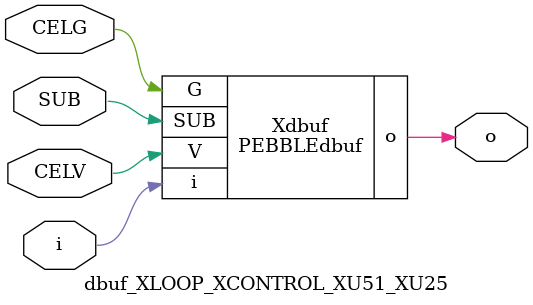
<source format=v>



module PEBBLEdbuf ( o, G, SUB, V, i );

  input V;
  input i;
  input G;
  output o;
  input SUB;
endmodule

//Celera Confidential Do Not Copy dbuf_XLOOP_XCONTROL_XU51_XU25
//Celera Confidential Symbol Generator
//Digital Buffer
module dbuf_XLOOP_XCONTROL_XU51_XU25 (CELV,CELG,i,o,SUB);
input CELV;
input CELG;
input i;
input SUB;
output o;

//Celera Confidential Do Not Copy dbuf
PEBBLEdbuf Xdbuf(
.V (CELV),
.i (i),
.o (o),
.SUB (SUB),
.G (CELG)
);
//,diesize,PEBBLEdbuf

//Celera Confidential Do Not Copy Module End
//Celera Schematic Generator
endmodule

</source>
